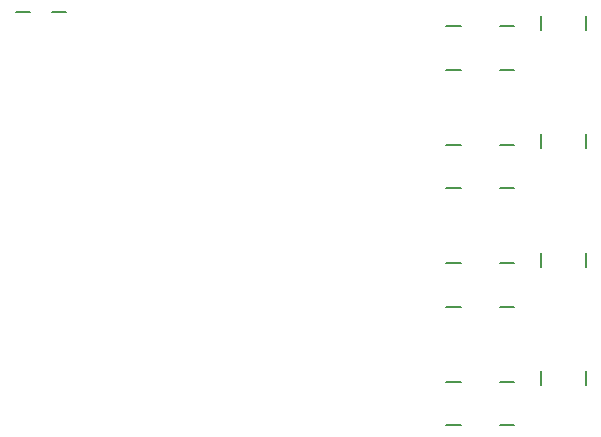
<source format=gbo>
G04 Layer_Color=32896*
%FSLAX25Y25*%
%MOIN*%
G70*
G01*
G75*
%ADD23C,0.00787*%
D23*
X28338Y-28800D02*
X33062D01*
X16238Y-28700D02*
X20962D01*
X159902Y-166630D02*
X164626D01*
X159902Y-152063D02*
X164626D01*
X177618Y-166630D02*
X182343D01*
X177618Y-152063D02*
X182343D01*
X191398Y-153244D02*
Y-148520D01*
X206358Y-153244D02*
Y-148520D01*
X159902Y-112563D02*
X164626D01*
X206358Y-113744D02*
Y-109020D01*
X177618Y-127130D02*
X182343D01*
X177618Y-112563D02*
X182343D01*
X191398Y-113744D02*
Y-109020D01*
X159902Y-127130D02*
X164626D01*
X159902Y-73063D02*
X164626D01*
X206358Y-74244D02*
Y-69520D01*
X177618Y-87630D02*
X182343D01*
X177618Y-73063D02*
X182343D01*
X191398Y-74244D02*
Y-69520D01*
X159902Y-87630D02*
X164626D01*
X159902Y-33563D02*
X164626D01*
X206358Y-34744D02*
Y-30020D01*
X177618Y-48130D02*
X182343D01*
X177618Y-33563D02*
X182343D01*
X191398Y-34744D02*
Y-30020D01*
X159902Y-48130D02*
X164626D01*
M02*

</source>
